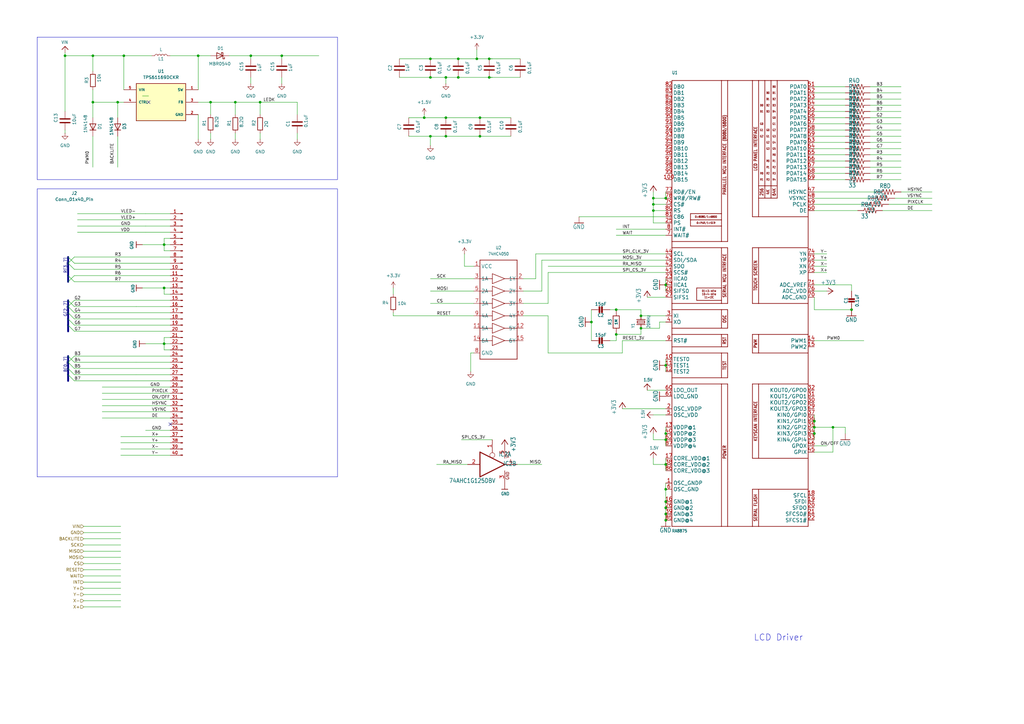
<source format=kicad_sch>
(kicad_sch (version 20250114) (generator "eeschema") (generator_version "9.0")
  (paper "A3")
  (rectangle (start 15.24 15.24) (end 138.43 73.66))
  (rectangle (start 15.24 77.47) (end 138.43 195.58))
  (text "LCD Driver" (at 319.278 261.62 0) (effects (font (size 2.54 2.54))))
  (junction (at 182.88 31.75))
  (junction (at 341.63 175.26))
  (junction (at 349.25 127))
  (junction (at 273.05 180.34))
  (junction (at 182.88 48.26))
  (junction (at 262.89 134.62))
  (junction (at 173.99 48.26))
  (junction (at 242.57 132.08))
  (junction (at 273.05 200.66))
  (junction (at 273.05 208.28))
  (junction (at 176.53 24.13))
  (junction (at 187.96 31.75))
  (junction (at 67.31 100.33))
  (junction (at 252.73 137.16))
  (junction (at 48.26 41.91))
  (junction (at 195.58 24.13))
  (junction (at 196.85 55.88))
  (junction (at 273.05 116.84))
  (junction (at 38.1 22.86))
  (junction (at 176.53 31.75))
  (junction (at 176.53 55.88))
  (junction (at 67.31 140.97))
  (junction (at 273.05 149.86))
  (junction (at 187.96 24.13))
  (junction (at 196.85 48.26))
  (junction (at 334.01 175.26))
  (junction (at 252.73 127))
  (junction (at 273.05 177.8))
  (junction (at 200.66 31.75))
  (junction (at 102.87 22.86))
  (junction (at 67.31 118.11))
  (junction (at 115.57 22.86))
  (junction (at 267.97 81.28))
  (junction (at 96.52 41.91))
  (junction (at 273.05 190.5))
  (junction (at 38.1 41.91))
  (junction (at 26.67 22.86))
  (junction (at 182.88 55.88))
  (junction (at 106.68 41.91))
  (junction (at 267.97 83.82))
  (junction (at 273.05 213.36))
  (junction (at 273.05 205.74))
  (junction (at 86.36 41.91))
  (junction (at 267.97 86.36))
  (junction (at 81.28 22.86))
  (junction (at 262.89 129.54))
  (junction (at 273.05 81.28))
  (junction (at 50.8 22.86))
  (junction (at 334.01 177.8))
  (junction (at 273.05 210.82))
  (junction (at 200.66 24.13))
  (junction (at 334.01 172.72))
  (no_connect (at 60.96 41.91))
  (no_connect (at 69.85 173.99))
  (bus_entry (at 27.94 113.03) (size 2.54 2.54))
  (bus_entry (at 30.48 156.21) (size -2.54 -2.54))
  (bus_entry (at 30.48 135.89) (size -2.54 -2.54))
  (bus_entry (at 27.94 107.95) (size 2.54 2.54))
  (bus_entry (at 30.48 148.59) (size -2.54 -2.54))
  (bus_entry (at 30.48 133.35) (size -2.54 -2.54))
  (bus_entry (at 30.48 130.81) (size -2.54 -2.54))
  (bus_entry (at 30.48 151.13) (size -2.54 -2.54))
  (bus_entry (at 27.94 105.41) (size 2.54 2.54))
  (bus_entry (at 30.48 123.19) (size -2.54 2.54))
  (bus_entry (at 27.94 107.95) (size 2.54 -2.54))
  (bus_entry (at 30.48 146.05) (size -2.54 2.54))
  (bus_entry (at 30.48 153.67) (size -2.54 -2.54))
  (bus_entry (at 30.48 128.27) (size -2.54 -2.54))
  (bus_entry (at 27.94 115.57) (size 2.54 -2.54))
  (bus_entry (at 30.48 125.73) (size -2.54 -2.54))
  (wire (pts (xy 194.31 144.78) (xy 193.04 144.78)))
  (bus (pts (xy 27.94 125.73) (xy 27.94 128.27)) (stroke (width 0.762)))
  (wire (pts (xy 30.48 156.21) (xy 69.85 156.21)) (stroke (width 0.1524)))
  (wire (pts (xy 49.53 223.52) (xy 34.29 223.52)))
  (wire (pts (xy 50.8 22.86) (xy 62.23 22.86)))
  (wire (pts (xy 339.09 119.38) (xy 334.01 119.38)) (stroke (width 0.1524)))
  (wire (pts (xy 30.48 113.03) (xy 69.85 113.03)))
  (wire (pts (xy 214.63 129.54) (xy 224.79 129.54)) (stroke (width 0.1524)))
  (wire (pts (xy 30.48 148.59) (xy 55.88 148.59)) (stroke (width 0.1524)))
  (wire (pts (xy 267.97 177.8) (xy 267.97 180.34)) (stroke (width 0.1524)))
  (wire (pts (xy 30.48 133.35) (xy 69.85 133.35)) (stroke (width 0.1524)))
  (wire (pts (xy 182.88 34.29) (xy 182.88 31.75)))
  (wire (pts (xy 267.97 180.34) (xy 273.05 180.34)) (stroke (width 0.1524)))
  (wire (pts (xy 267.97 91.44) (xy 267.97 86.36)) (stroke (width 0.1524)))
  (wire (pts (xy 346.71 50.8) (xy 334.01 50.8)) (stroke (width 0.1524)))
  (wire (pts (xy 196.85 55.88) (xy 209.55 55.88)) (stroke (width 0.1524)))
  (wire (pts (xy 163.83 24.13) (xy 176.53 24.13)) (stroke (width 0.1524)))
  (wire (pts (xy 273.05 175.26) (xy 273.05 177.8)) (stroke (width 0.1524)))
  (wire (pts (xy 58.42 100.33) (xy 67.31 100.33)))
  (wire (pts (xy 382.27 86.36) (xy 361.95 86.36)) (stroke (width 0.1524)))
  (wire (pts (xy 334.01 116.84) (xy 349.25 116.84)) (stroke (width 0.1524)))
  (wire (pts (xy 273.05 205.74) (xy 273.05 208.28)) (stroke (width 0.1524)))
  (wire (pts (xy 334.01 182.88) (xy 339.09 182.88)) (stroke (width 0.1524)))
  (wire (pts (xy 187.96 24.13) (xy 195.58 24.13)) (stroke (width 0.1524)))
  (wire (pts (xy 30.48 146.05) (xy 69.85 146.05)) (stroke (width 0.1524)))
  (wire (pts (xy 334.01 78.74) (xy 359.41 78.74)) (stroke (width 0.1524)))
  (bus (pts (xy 27.94 146.05) (xy 27.94 148.59)) (stroke (width 0.762)))
  (wire (pts (xy 31.75 90.17) (xy 69.85 90.17)))
  (wire (pts (xy 267.97 190.5) (xy 273.05 190.5)) (stroke (width 0.1524)))
  (wire (pts (xy 69.85 168.91) (xy 41.91 168.91)) (stroke (width 0.1524)))
  (wire (pts (xy 30.48 105.41) (xy 69.85 105.41)))
  (wire (pts (xy 187.96 31.75) (xy 200.66 31.75)) (stroke (width 0.1524)))
  (wire (pts (xy 273.05 177.8) (xy 273.05 180.34)) (stroke (width 0.1524)))
  (wire (pts (xy 115.57 22.86) (xy 130.81 22.86)))
  (wire (pts (xy 346.71 35.56) (xy 334.01 35.56)) (stroke (width 0.1524)))
  (wire (pts (xy 38.1 55.88) (xy 38.1 68.58)))
  (wire (pts (xy 346.71 73.66) (xy 334.01 73.66)) (stroke (width 0.1524)))
  (wire (pts (xy 341.63 175.26) (xy 346.71 175.26)) (stroke (width 0.1524)))
  (wire (pts (xy 59.69 95.25) (xy 69.85 95.25)))
  (wire (pts (xy 49.53 231.14) (xy 34.29 231.14)))
  (bus (pts (xy 27.94 105.41) (xy 27.94 107.95)) (stroke (width 0.762)))
  (wire (pts (xy 161.29 129.54) (xy 194.31 129.54)) (stroke (width 0.1524)))
  (wire (pts (xy 237.49 88.9) (xy 273.05 88.9)) (stroke (width 0.1524)))
  (wire (pts (xy 26.67 22.86) (xy 38.1 22.86)))
  (wire (pts (xy 69.85 97.79) (xy 67.31 97.79)))
  (wire (pts (xy 339.09 109.22) (xy 334.01 109.22)) (stroke (width 0.1524)))
  (wire (pts (xy 190.5 104.14) (xy 190.5 109.22)))
  (wire (pts (xy 369.57 73.66) (xy 356.87 73.66)) (stroke (width 0.1524)))
  (wire (pts (xy 369.57 71.12) (xy 356.87 71.12)) (stroke (width 0.1524)))
  (wire (pts (xy 273.05 93.98) (xy 252.73 93.98)) (stroke (width 0.1524)))
  (wire (pts (xy 49.53 246.38) (xy 34.29 246.38)))
  (wire (pts (xy 50.8 41.91) (xy 48.26 41.91)))
  (wire (pts (xy 30.48 115.57) (xy 69.85 115.57)))
  (wire (pts (xy 214.63 114.3) (xy 219.71 114.3)) (stroke (width 0.1524)))
  (wire (pts (xy 173.99 48.26) (xy 182.88 48.26)) (stroke (width 0.1524)))
  (wire (pts (xy 369.57 58.42) (xy 356.87 58.42)) (stroke (width 0.1524)))
  (wire (pts (xy 369.57 66.04) (xy 356.87 66.04)) (stroke (width 0.1524)))
  (wire (pts (xy 67.31 143.51) (xy 69.85 143.51)))
  (wire (pts (xy 167.64 55.88) (xy 176.53 55.88)) (stroke (width 0.1524)))
  (wire (pts (xy 26.67 21.59) (xy 26.67 22.86)))
  (wire (pts (xy 273.05 180.34) (xy 273.05 182.88)) (stroke (width 0.1524)))
  (wire (pts (xy 369.57 38.1) (xy 356.87 38.1)) (stroke (width 0.1524)))
  (wire (pts (xy 86.36 57.15) (xy 86.36 54.61)))
  (wire (pts (xy 334.01 81.28) (xy 356.87 81.28)) (stroke (width 0.1524)))
  (wire (pts (xy 86.36 41.91) (xy 96.52 41.91)))
  (wire (pts (xy 250.19 127) (xy 252.73 127)) (stroke (width 0.1524)))
  (wire (pts (xy 382.27 78.74) (xy 369.57 78.74)) (stroke (width 0.1524)))
  (wire (pts (xy 369.57 45.72) (xy 356.87 45.72)) (stroke (width 0.1524)))
  (wire (pts (xy 59.69 87.63) (xy 31.75 87.63)) (stroke (width 0.1524)))
  (wire (pts (xy 252.73 96.52) (xy 273.05 96.52)) (stroke (width 0.1524)))
  (wire (pts (xy 58.42 39.37) (xy 60.96 39.37)))
  (wire (pts (xy 182.88 55.88) (xy 196.85 55.88)))
  (wire (pts (xy 30.48 151.13) (xy 69.85 151.13)) (stroke (width 0.1524)))
  (wire (pts (xy 273.05 187.96) (xy 273.05 190.5)) (stroke (width 0.1524)))
  (wire (pts (xy 196.85 48.26) (xy 209.55 48.26)) (stroke (width 0.1524)))
  (wire (pts (xy 67.31 102.87) (xy 67.31 100.33)))
  (wire (pts (xy 69.85 171.45) (xy 41.91 171.45)) (stroke (width 0.1524)))
  (wire (pts (xy 334.01 175.26) (xy 341.63 175.26)) (stroke (width 0.1524)))
  (wire (pts (xy 182.88 31.75) (xy 187.96 31.75)) (stroke (width 0.1524)))
  (wire (pts (xy 67.31 120.65) (xy 69.85 120.65)))
  (wire (pts (xy 334.01 83.82) (xy 354.33 83.82)) (stroke (width 0.1524)))
  (wire (pts (xy 334.01 185.42) (xy 341.63 185.42)) (stroke (width 0.1524)))
  (wire (pts (xy 346.71 71.12) (xy 334.01 71.12)) (stroke (width 0.1524)))
  (wire (pts (xy 349.25 116.84) (xy 349.25 119.38)) (stroke (width 0.1524)))
  (bus (pts (xy 27.94 123.19) (xy 27.94 125.73)) (stroke (width 0.762)))
  (wire (pts (xy 49.53 243.84) (xy 34.29 243.84)))
  (wire (pts (xy 55.88 125.73) (xy 69.85 125.73)))
  (wire (pts (xy 69.85 166.37) (xy 41.91 166.37)) (stroke (width 0.1524)))
  (wire (pts (xy 224.79 144.78) (xy 255.27 144.78)) (stroke (width 0.1524)))
  (wire (pts (xy 369.57 48.26) (xy 356.87 48.26)) (stroke (width 0.1524)))
  (wire (pts (xy 179.07 190.5) (xy 191.77 190.5)) (stroke (width 0.1524)))
  (wire (pts (xy 49.53 241.3) (xy 34.29 241.3)))
  (wire (pts (xy 67.31 138.43) (xy 67.31 140.97)))
  (wire (pts (xy 96.52 41.91) (xy 106.68 41.91)))
  (wire (pts (xy 334.01 172.72) (xy 334.01 175.26)) (stroke (width 0.1524)))
  (wire (pts (xy 69.85 184.15) (xy 49.53 184.15)) (stroke (width 0.1524)))
  (wire (pts (xy 67.31 97.79) (xy 67.31 100.33)))
  (wire (pts (xy 167.64 48.26) (xy 173.99 48.26)) (stroke (width 0.1524)))
  (wire (pts (xy 262.89 129.54) (xy 273.05 129.54)) (stroke (width 0.1524)))
  (bus (pts (xy 27.94 130.81) (xy 27.94 133.35)) (stroke (width 0.762)))
  (wire (pts (xy 267.97 187.96) (xy 267.97 190.5)) (stroke (width 0.1524)))
  (wire (pts (xy 50.8 22.86) (xy 50.8 36.83)))
  (wire (pts (xy 69.85 179.07) (xy 49.53 179.07)) (stroke (width 0.1524)))
  (wire (pts (xy 69.85 138.43) (xy 67.31 138.43)))
  (wire (pts (xy 195.58 24.13) (xy 200.66 24.13)) (stroke (width 0.1524)))
  (wire (pts (xy 86.36 46.99) (xy 86.36 41.91)))
  (wire (pts (xy 369.57 50.8) (xy 356.87 50.8)) (stroke (width 0.1524)))
  (wire (pts (xy 346.71 43.18) (xy 334.01 43.18)) (stroke (width 0.1524)))
  (wire (pts (xy 176.53 59.69) (xy 176.53 55.88)))
  (wire (pts (xy 81.28 22.86) (xy 69.85 22.86)))
  (wire (pts (xy 242.57 132.08) (xy 242.57 139.7)) (stroke (width 0.1524)))
  (wire (pts (xy 30.48 128.27) (xy 69.85 128.27)) (stroke (width 0.1524)))
  (wire (pts (xy 267.97 170.18) (xy 273.05 170.18)) (stroke (width 0.1524)))
  (wire (pts (xy 26.67 22.86) (xy 26.67 45.72)))
  (wire (pts (xy 200.66 31.75) (xy 201.93 31.75)))
  (wire (pts (xy 334.01 139.7) (xy 354.33 139.7)) (stroke (width 0.1524)))
  (wire (pts (xy 273.05 198.12) (xy 273.05 200.66)) (stroke (width 0.1524)))
  (wire (pts (xy 346.71 40.64) (xy 334.01 40.64)) (stroke (width 0.1524)))
  (wire (pts (xy 194.31 109.22) (xy 190.5 109.22)))
  (wire (pts (xy 30.48 135.89) (xy 69.85 135.89)) (stroke (width 0.1524)))
  (wire (pts (xy 339.09 106.68) (xy 334.01 106.68)) (stroke (width 0.1524)))
  (wire (pts (xy 81.28 41.91) (xy 86.36 41.91)))
  (wire (pts (xy 369.57 55.88) (xy 356.87 55.88)) (stroke (width 0.1524)))
  (wire (pts (xy 26.67 53.34) (xy 26.67 54.61)))
  (wire (pts (xy 69.85 163.83) (xy 41.91 163.83)) (stroke (width 0.1524)))
  (wire (pts (xy 273.05 86.36) (xy 267.97 86.36)) (stroke (width 0.1524)))
  (wire (pts (xy 346.71 58.42) (xy 334.01 58.42)) (stroke (width 0.1524)))
  (wire (pts (xy 222.25 106.68) (xy 273.05 106.68)) (stroke (width 0.1524)))
  (wire (pts (xy 121.92 57.15) (xy 121.92 54.61)))
  (wire (pts (xy 48.26 48.26) (xy 48.26 41.91)))
  (wire (pts (xy 252.73 139.7) (xy 250.19 139.7)) (stroke (width 0.1524)))
  (wire (pts (xy 334.01 121.92) (xy 334.01 127)) (stroke (width 0.1524)))
  (wire (pts (xy 69.85 186.69) (xy 49.53 186.69)) (stroke (width 0.1524)))
  (wire (pts (xy 182.88 48.26) (xy 196.85 48.26)))
  (wire (pts (xy 346.71 48.26) (xy 334.01 48.26)) (stroke (width 0.1524)))
  (wire (pts (xy 59.69 92.71) (xy 31.75 92.71)) (stroke (width 0.1524)))
  (wire (pts (xy 81.28 22.86) (xy 86.36 22.86)))
  (wire (pts (xy 270.51 132.08) (xy 273.05 132.08)) (stroke (width 0.1524)))
  (wire (pts (xy 346.71 63.5) (xy 334.01 63.5)) (stroke (width 0.1524)))
  (wire (pts (xy 334.01 86.36) (xy 351.79 86.36)) (stroke (width 0.1524)))
  (bus (pts (xy 27.94 148.59) (xy 27.94 151.13)) (stroke (width 0.762)))
  (wire (pts (xy 267.97 83.82) (xy 267.97 81.28)) (stroke (width 0.1524)))
  (wire (pts (xy 38.1 22.86) (xy 50.8 22.86)))
  (wire (pts (xy 106.68 57.15) (xy 106.68 54.61)))
  (wire (pts (xy 176.53 124.46) (xy 194.31 124.46)) (stroke (width 0.1524)))
  (wire (pts (xy 69.85 102.87) (xy 67.31 102.87)))
  (wire (pts (xy 346.71 53.34) (xy 334.01 53.34)) (stroke (width 0.1524)))
  (wire (pts (xy 49.53 220.98) (xy 34.29 220.98)))
  (wire (pts (xy 346.71 45.72) (xy 334.01 45.72)) (stroke (width 0.1524)))
  (wire (pts (xy 81.28 22.86) (xy 81.28 36.83)))
  (wire (pts (xy 93.98 22.86) (xy 102.87 22.86)))
  (wire (pts (xy 58.42 118.11) (xy 67.31 118.11)))
  (wire (pts (xy 106.68 41.91) (xy 121.92 41.91)))
  (wire (pts (xy 219.71 114.3) (xy 219.71 104.14)) (stroke (width 0.1524)))
  (wire (pts (xy 67.31 140.97) (xy 67.31 143.51)))
  (wire (pts (xy 334.01 175.26) (xy 334.01 177.8)) (stroke (width 0.1524)))
  (wire (pts (xy 200.66 31.75) (xy 213.36 31.75)) (stroke (width 0.1524)))
  (wire (pts (xy 69.85 181.61) (xy 49.53 181.61)) (stroke (width 0.1524)))
  (wire (pts (xy 346.71 66.04) (xy 334.01 66.04)) (stroke (width 0.1524)))
  (wire (pts (xy 270.51 134.62) (xy 270.51 132.08)) (stroke (width 0.1524)))
  (wire (pts (xy 346.71 55.88) (xy 334.01 55.88)) (stroke (width 0.1524)))
  (wire (pts (xy 262.89 127) (xy 262.89 129.54)) (stroke (width 0.1524)))
  (wire (pts (xy 102.87 34.29) (xy 102.87 31.75)))
  (wire (pts (xy 369.57 63.5) (xy 356.87 63.5)) (stroke (width 0.1524)))
  (wire (pts (xy 193.04 144.78) (xy 193.04 152.4)))
  (wire (pts (xy 59.69 92.71) (xy 69.85 92.71)))
  (wire (pts (xy 219.71 104.14) (xy 273.05 104.14)) (stroke (width 0.1524)))
  (wire (pts (xy 242.57 127) (xy 242.57 132.08)) (stroke (width 0.1524)))
  (wire (pts (xy 69.85 158.75) (xy 41.91 158.75)) (stroke (width 0.1524)))
  (wire (pts (xy 30.48 123.19) (xy 69.85 123.19)) (stroke (width 0.1524)))
  (wire (pts (xy 30.48 153.67) (xy 55.88 153.67)) (stroke (width 0.1524)))
  (wire (pts (xy 102.87 22.86) (xy 102.87 24.13)))
  (wire (pts (xy 339.09 104.14) (xy 334.01 104.14)) (stroke (width 0.1524)))
  (wire (pts (xy 273.05 116.84) (xy 273.05 119.38)) (stroke (width 0.1524)))
  (wire (pts (xy 96.52 41.91) (xy 96.52 46.99)))
  (bus (pts (xy 27.94 153.67) (xy 27.94 156.21)) (stroke (width 0.762)))
  (wire (pts (xy 346.71 38.1) (xy 334.01 38.1)) (stroke (width 0.1524)))
  (bus (pts (xy 27.94 128.27) (xy 27.94 130.81)) (stroke (width 0.762)))
  (wire (pts (xy 96.52 57.15) (xy 96.52 54.61)))
  (wire (pts (xy 262.89 134.62) (xy 270.51 134.62)) (stroke (width 0.1524)))
  (wire (pts (xy 189.23 180.34) (xy 201.93 180.34)) (stroke (width 0.1524)))
  (wire (pts (xy 49.53 215.9) (xy 34.29 215.9)))
  (wire (pts (xy 49.53 238.76) (xy 34.29 238.76)))
  (wire (pts (xy 81.28 57.15) (xy 81.28 46.99)))
  (wire (pts (xy 38.1 41.91) (xy 48.26 41.91)))
  (wire (pts (xy 273.05 200.66) (xy 273.05 205.74)) (stroke (width 0.1524)))
  (wire (pts (xy 214.63 124.46) (xy 224.79 124.46)) (stroke (width 0.1524)))
  (wire (pts (xy 382.27 81.28) (xy 367.03 81.28)) (stroke (width 0.1524)))
  (wire (pts (xy 55.88 148.59) (xy 69.85 148.59)))
  (wire (pts (xy 369.57 68.58) (xy 356.87 68.58)) (stroke (width 0.1524)))
  (bus (pts (xy 27.94 133.35) (xy 27.94 135.89)) (stroke (width 0.762)))
  (wire (pts (xy 30.48 107.95) (xy 69.85 107.95)))
  (wire (pts (xy 273.05 149.86) (xy 273.05 152.4)) (stroke (width 0.1524)))
  (wire (pts (xy 49.53 236.22) (xy 34.29 236.22)))
  (wire (pts (xy 121.92 41.91) (xy 121.92 46.99)))
  (wire (pts (xy 334.01 177.8) (xy 334.01 180.34)) (stroke (width 0.1524)))
  (wire (pts (xy 224.79 124.46) (xy 224.79 111.76)) (stroke (width 0.1524)))
  (wire (pts (xy 30.48 110.49) (xy 69.85 110.49)))
  (wire (pts (xy 252.73 137.16) (xy 252.73 139.7)) (stroke (width 0.1524)))
  (wire (pts (xy 69.85 118.11) (xy 67.31 118.11)))
  (wire (pts (xy 273.05 147.32) (xy 273.05 149.86)) (stroke (width 0.1524)))
  (wire (pts (xy 267.97 86.36) (xy 267.97 83.82)) (stroke (width 0.1524)))
  (wire (pts (xy 346.71 68.58) (xy 334.01 68.58)) (stroke (width 0.1524)))
  (wire (pts (xy 255.27 167.64) (xy 273.05 167.64)) (stroke (width 0.1524)))
  (wire (pts (xy 176.53 31.75) (xy 182.88 31.75)) (stroke (width 0.1524)))
  (wire (pts (xy 59.69 140.97) (xy 67.31 140.97)))
  (wire (pts (xy 200.66 24.13) (xy 201.93 24.13)))
  (wire (pts (xy 346.71 175.26) (xy 346.71 177.8)) (stroke (width 0.1524)))
  (wire (pts (xy 224.79 109.22) (xy 273.05 109.22)) (stroke (width 0.1524)))
  (wire (pts (xy 67.31 140.97) (xy 69.85 140.97)))
  (wire (pts (xy 341.63 185.42) (xy 341.63 175.26)) (stroke (width 0.1524)))
  (wire (pts (xy 273.05 114.3) (xy 273.05 116.84)) (stroke (width 0.1524)))
  (wire (pts (xy 273.05 208.28) (xy 273.05 210.82)) (stroke (width 0.1524)))
  (wire (pts (xy 67.31 118.11) (xy 67.31 120.65)))
  (wire (pts (xy 49.53 228.6) (xy 34.29 228.6)))
  (wire (pts (xy 255.27 144.78) (xy 255.27 139.7)) (stroke (width 0.1524)))
  (wire (pts (xy 252.73 137.16) (xy 262.89 137.16)) (stroke (width 0.1524)))
  (wire (pts (xy 273.05 121.92) (xy 265.43 121.92)) (stroke (width 0.1524)))
  (wire (pts (xy 69.85 161.29) (xy 41.91 161.29)) (stroke (width 0.1524)))
  (wire (pts (xy 252.73 127) (xy 262.89 127)) (stroke (width 0.1524)))
  (bus (pts (xy 27.94 113.03) (xy 27.94 115.57)) (stroke (width 0.762)))
  (wire (pts (xy 49.53 248.92) (xy 34.29 248.92)))
  (wire (pts (xy 200.66 24.13) (xy 213.36 24.13)) (stroke (width 0.1524)))
  (wire (pts (xy 369.57 43.18) (xy 356.87 43.18)) (stroke (width 0.1524)))
  (wire (pts (xy 31.75 95.25) (xy 59.69 95.25)) (stroke (width 0.1524)))
  (wire (pts (xy 30.48 125.73) (xy 55.88 125.73)) (stroke (width 0.1524)))
  (wire (pts (xy 214.63 119.38) (xy 222.25 119.38)) (stroke (width 0.1524)))
  (wire (pts (xy 38.1 22.86) (xy 38.1 29.21)))
  (wire (pts (xy 334.01 127) (xy 349.25 127)) (stroke (width 0.1524)))
  (wire (pts (xy 176.53 55.88) (xy 182.88 55.88)) (stroke (width 0.1524)))
  (wire (pts (xy 339.09 111.76) (xy 334.01 111.76)) (stroke (width 0.1524)))
  (wire (pts (xy 49.53 233.68) (xy 34.29 233.68)))
  (wire (pts (xy 273.05 139.7) (xy 255.27 139.7)) (stroke (width 0.1524)))
  (wire (pts (xy 267.97 91.44) (xy 273.05 91.44)) (stroke (width 0.1524)))
  (wire (pts (xy 369.57 53.34) (xy 356.87 53.34)) (stroke (width 0.1524)))
  (wire (pts (xy 364.49 83.82) (xy 382.27 83.82)) (stroke (width 0.1524)))
  (wire (pts (xy 369.57 60.96) (xy 356.87 60.96)) (stroke (width 0.1524)))
  (wire (pts (xy 106.68 41.91) (xy 106.68 46.99)))
  (wire (pts (xy 346.71 60.96) (xy 334.01 60.96)) (stroke (width 0.1524)))
  (wire (pts (xy 59.69 87.63) (xy 69.85 87.63)))
  (wire (pts (xy 273.05 190.5) (xy 273.05 193.04)) (stroke (width 0.1524)))
  (wire (pts (xy 69.85 176.53) (xy 59.69 176.53)) (stroke (width 0.1524)))
  (wire (pts (xy 194.31 114.3) (xy 176.53 114.3)) (stroke (width 0.1524)))
  (wire (pts (xy 369.57 35.56) (xy 356.87 35.56)) (stroke (width 0.1524)))
  (wire (pts (xy 161.29 128.27) (xy 161.29 129.54)))
  (wire (pts (xy 49.53 218.44) (xy 34.29 218.44)))
  (wire (pts (xy 161.29 118.11) (xy 161.29 120.65)))
  (wire (pts (xy 224.79 129.54) (xy 224.79 144.78)) (stroke (width 0.1524)))
  (wire (pts (xy 334.01 170.18) (xy 334.01 172.72)) (stroke (width 0.1524)))
  (wire (pts (xy 273.05 81.28) (xy 267.97 81.28)) (stroke (width 0.1524)))
  (bus (pts (xy 27.94 107.95) (xy 27.94 113.03)) (stroke (width 0.762)))
  (wire (pts (xy 30.48 130.81) (xy 69.85 130.81)) (stroke (width 0.1524)))
  (wire (pts (xy 115.57 22.86) (xy 115.57 24.13)))
  (wire (pts (xy 55.88 153.67) (xy 69.85 153.67)))
  (bus (pts (xy 27.94 151.13) (xy 27.94 153.67)) (stroke (width 0.762)))
  (wire (pts (xy 102.87 22.86) (xy 115.57 22.86)))
  (wire (pts (xy 115.57 34.29) (xy 115.57 31.75)))
  (wire (pts (xy 369.57 40.64) (xy 356.87 40.64)) (stroke (width 0.1524)))
  (wire (pts (xy 38.1 41.91) (xy 38.1 48.26)))
  (wire (pts (xy 262.89 137.16) (xy 262.89 134.62)) (stroke (width 0.1524)))
  (wire (pts (xy 224.79 111.76) (xy 273.05 111.76)) (stroke (width 0.1524)))
  (wire (pts (xy 173.99 46.99) (xy 173.99 48.26)))
  (wire (pts (xy 67.31 100.33) (xy 69.85 100.33)))
  (wire (pts (xy 273.05 78.74) (xy 273.05 81.28)) (stroke (width 0.1524)))
  (wire (pts (xy 267.97 81.28) (xy 267.97 78.74)) (stroke (width 0.1524)))
  (wire (pts (xy 48.26 55.88) (xy 48.26 68.58)))
  (wire (pts (xy 265.43 160.02) (xy 273.05 160.02)) (stroke (width 0.1524)))
  (wire (pts (xy 273.05 210.82) (xy 273.05 213.36)) (stroke (width 0.1524)))
  (wire (pts (xy 176.53 119.38) (xy 194.31 119.38)) (stroke (width 0.1524)))
  (wire (pts (xy 49.53 226.06) (xy 34.29 226.06)))
  (wire (pts (xy 273.05 83.82) (xy 267.97 83.82)) (stroke (width 0.1524)))
  (wire (pts (xy 212.09 190.5) (xy 222.25 190.5)) (stroke (width 0.1524)))
  (wire (pts (xy 176.53 24.13) (xy 187.96 24.13)) (stroke (width 0.1524)))
  (wire (pts (xy 38.1 36.83) (xy 38.1 41.91)))
  (wire (pts (xy 195.58 20.32) (xy 195.58 24.13)) (stroke (width 0.1524)))
  (wire (pts (xy 222.25 119.38) (xy 222.25 106.68)) (stroke (width 0.1524)))
  (wire (pts (xy 163.83 31.75) (xy 176.53 31.75)) (stroke (width 0.1524)))
  (label "VSYNC" (at 372.11 81.28 0) (effects (font (size 1.2446 1.2446))))
  (label "B6" (at 30.48 153.67 0) (effects (font (size 1.2446 1.2446))))
  (label "GND" (at 49.53 92.71 0) (effects (font (size 1.2446 1.2446))))
  (label "ON/OFF" (at 62.23 163.83 0) (effects (font (size 1.2446 1.2446))))
  (label "RESET" (at 179.07 129.54 0) (effects (font (size 1.2446 1.2446))))
  (label "Y+" (at 62.23 181.61 0) (effects (font (size 1.2446 1.2446))))
  (label "GND" (at 61.595 158.75 0) (effects (font (size 1.2446 1.2446))))
  (label "INT" (at 255.27 93.98 0) (effects (font (size 1.2446 1.2446))))
  (label "WAIT" (at 255.27 96.52 0) (effects (font (size 1.2446 1.2446))))
  (label "G6" (at 30.48 133.35 0) (effects (font (size 1.2446 1.2446))))
  (label "G4" (at 30.48 128.27 0) (effects (font (size 1.2446 1.2446))))
  (label "SPI_CLK_3V" (at 255.27 104.14 0) (effects (font (size 1.2446 1.2446))))
  (label "RESET_3V" (at 255.27 139.7 0) (effects (font (size 1.2446 1.2446))))
  (label "B6" (at 359.41 43.18 0) (effects (font (size 1.2446 1.2446))))
  (label "HSYNC" (at 62.23 166.37 0) (effects (font (size 1.2446 1.2446))))
  (label "MOSI_3V" (at 255.27 106.68 0) (effects (font (size 1.2446 1.2446))))
  (label "R3" (at 359.41 63.5 0) (effects (font (size 1.2446 1.2446))))
  (label "R4" (at 46.99 107.95 0))
  (label "G4" (at 359.41 53.34 0) (effects (font (size 1.2446 1.2446))))
  (label "VLED-" (at 49.53 87.63 0) (effects (font (size 1.2446 1.2446))))
  (label "X-" (at 336.55 109.22 0) (effects (font (size 1.2446 1.2446))))
  (label "G7" (at 30.48 135.89 0) (effects (font (size 1.2446 1.2446))))
  (label "RA_MISO" (at 255.27 109.22 0) (effects (font (size 1.2446 1.2446))))
  (label "CS" (at 179.07 124.46 0) (effects (font (size 1.2446 1.2446))))
  (label "B3" (at 30.48 146.05 0) (effects (font (size 1.2446 1.2446))))
  (label "R7" (at 46.99 115.57 0))
  (label "X+" (at 336.55 111.76 0) (effects (font (size 1.2446 1.2446))))
  (label "MISO" (at 217.17 190.5 0) (effects (font (size 1.2446 1.2446))))
  (label "G2" (at 359.41 48.26 0) (effects (font (size 1.2446 1.2446))))
  (label "BACKLITE" (at 46.99 67.31 90) (effects (font (size 1.2446 1.2446))))
  (label "G3" (at 30.48 125.73 0) (effects (font (size 1.2446 1.2446))))
  (label "B7" (at 359.41 45.72 0) (effects (font (size 1.2446 1.2446))))
  (label "VDD" (at 49.53 95.25 0) (effects (font (size 1.2446 1.2446))))
  (label "R5" (at 359.41 68.58 0) (effects (font (size 1.2446 1.2446))))
  (label "X+" (at 62.23 179.07 0) (effects (font (size 1.2446 1.2446))))
  (label "G5" (at 359.41 55.88 0) (effects (font (size 1.2446 1.2446))))
  (label "VLED+" (at 49.53 90.17 0) (effects (font (size 1.2446 1.2446))))
  (label "G7" (at 359.41 60.96 0) (effects (font (size 1.2446 1.2446))))
  (label "G2" (at 30.48 123.19 0) (effects (font (size 1.2446 1.2446))))
  (label "GND" (at 62.23 176.53 0) (effects (font (size 1.2446 1.2446))))
  (label "B5" (at 30.48 151.13 0) (effects (font (size 1.2446 1.2446))))
  (label "R6" (at 359.41 71.12 0) (effects (font (size 1.2446 1.2446))))
  (label "SCK" (at 179.07 114.3 0) (effects (font (size 1.2446 1.2446))))
  (label "DE" (at 372.11 86.36 0) (effects (font (size 1.2446 1.2446))))
  (label "Y-" (at 336.55 104.14 0) (effects (font (size 1.2446 1.2446))))
  (label "G[2..7]" (at 27.94 123.19 270) (effects (font (size 1.2446 1.2446))))
  (label "G5" (at 30.48 130.81 0) (effects (font (size 1.2446 1.2446))))
  (label "DE" (at 62.23 171.45 0) (effects (font (size 1.2446 1.2446))))
  (label "PIXCLK" (at 372.11 83.82 0) (effects (font (size 1.2446 1.2446))))
  (label "PIXCLK" (at 62.23 161.29 0) (effects (font (size 1.2446 1.2446))))
  (label "SPI_CS_3V" (at 189.23 180.34 0) (effects (font (size 1.2446 1.2446))))
  (label "B[0..7]" (at 27.94 146.05 270) (effects (font (size 1.2446 1.2446))))
  (label "B7" (at 30.48 156.21 0) (effects (font (size 1.2446 1.2446))))
  (label "Y+" (at 336.55 106.68 0) (effects (font (size 1.2446 1.2446))))
  (label "PWM0" (at 36.83 67.31 90) (effects (font (size 1.2446 1.2446))))
  (label "HSYNC" (at 372.11 78.74 0) (effects (font (size 1.2446 1.2446))))
  (label "LEDK" (at 107.95 41.91 0) (effects (font (size 1.2446 1.2446))))
  (label "B3" (at 359.41 35.56 0) (effects (font (size 1.2446 1.2446))))
  (label "Y-" (at 62.23 186.69 0) (effects (font (size 1.2446 1.2446))))
  (label "R5" (at 46.99 110.49 0))
  (label "R4" (at 359.41 66.04 0) (effects (font (size 1.2446 1.2446))))
  (label "R3" (at 46.99 105.41 0))
  (label "B5" (at 359.41 40.64 0) (effects (font (size 1.2446 1.2446))))
  (label "G6" (at 359.41 58.42 0) (effects (font (size 1.2446 1.2446))))
  (label "RA_MISO" (at 181.61 190.5 0) (effects (font (size 1.2446 1.2446))))
  (label "B4" (at 30.48 148.59 0) (effects (font (size 1.2446 1.2446))))
  (label "ON/OFF" (at 336.55 182.88 0) (effects (font (size 1.2446 1.2446))))
  (label "MOSI" (at 179.07 119.38 0) (effects (font (size 1.2446 1.2446))))
  (label "X-" (at 62.23 184.15 0) (effects (font (size 1.2446 1.2446))))
  (label "VSYNC" (at 62.23 168.91 0) (effects (font (size 1.2446 1.2446))))
  (label "R7" (at 359.41 73.66 0) (effects (font (size 1.2446 1.2446))))
  (label "R6" (at 46.99 113.03 0))
  (label "PWM0" (at 339.09 139.7 0) (effects (font (size 1.2446 1.2446))))
  (label "B4" (at 359.41 38.1 0) (effects (font (size 1.2446 1.2446))))
  (label "G3" (at 359.41 50.8 0) (effects (font (size 1.2446 1.2446))))
  (label "SPI_CS_3V" (at 255.27 111.76 0) (effects (font (size 1.2446 1.2446))))
  (label "R[3..7]" (at 27.94 105.41 270) (effects (font (size 1.2446 1.2446))))
  (hierarchical_label "INT" (shape input) (at 34.29 238.76 180) (effects (font (size 1.2446 1.2446))))
  (hierarchical_label "Y+" (shape input) (at 34.29 241.3 180) (effects (font (size 1.2446 1.2446))))
  (hierarchical_label "Y-" (shape input) (at 34.29 243.84 180) (effects (font (size 1.2446 1.2446))))
  (hierarchical_label "SCK" (shape input) (at 34.29 223.52 180) (effects (font (size 1.2446 1.2446))))
  (hierarchical_label "BACKLITE" (shape input) (at 34.29 220.98 180) (effects (font (size 1.2446 1.2446))))
  (hierarchical_label "VIN" (shape input) (at 34.29 215.9 180) (effects (font (size 1.2446 1.2446))))
  (hierarchical_label "X-" (shape input) (at 34.29 246.38 180) (effects (font (size 1.2446 1.2446))))
  (hierarchical_label "X+" (shape input) (at 34.29 248.92 180) (effects (font (size 1.2446 1.2446))))
  (hierarchical_label "MOSI" (shape input) (at 34.29 228.6 180) (effects (font (size 1.2446 1.2446))))
  (hierarchical_label "RESET" (shape input) (at 34.29 233.68 180) (effects (font (size 1.2446 1.2446))))
  (hierarchical_label "WAIT" (shape input) (at 34.29 236.22 180) (effects (font (size 1.2446 1.2446))))
  (hierarchical_label "CS" (shape input) (at 34.29 231.14 180) (effects (font (size 1.2446 1.2446))))
  (hierarchical_label "GND" (shape input) (at 34.29 218.44 180) (effects (font (size 1.2446 1.2446))))
  (hierarchical_label "MISO" (shape input) (at 34.29 226.06 180) (effects (font (size 1.2446 1.2446))))
  (symbol (lib_id "Adafruit RA8875 TFT Breakout-eagle-import:supply1_371_GND") (at 270.51 116.84 270) (unit 1)
    (property "Reference" "#GND11" (effects (hide yes)))
    (property "Value" "GND" (at 267.97 114.3 0) (effects (font (size 1.778 1.5113)) (justify left bottom)))
  )
  (symbol (lib_id "Adafruit RA8875 TFT Breakout-eagle-import:RESISTOR_4PACK_US") (at 351.79 55.88 0) (unit 4)
    (property "Reference" "R6" (at 347.98 54.3814 0) (effects (font (size 1.778 1.5113)) (justify left bottom)))
    (property "Value" "33" (at 347.98 59.182 0) (effects (font (size 1.778 1.5113)) (justify left bottom)))
    (property "Footprint" "Adafruit RA8875 TFT Breakout:RESPACK_4X0603" (effects (hide yes)))
  )
  (symbol (lib_id "Adafruit RA8875 TFT Breakout-eagle-import:+3V3") (at 207.01 180.34 0) (mirror y) (unit 1)
    (property "Reference" "#+3V5" (effects (hide yes)))
    (property "Value" "+3V3" (at 209.55 185.42 90) (effects (font (size 1.778 1.5113)) (justify left bottom)))
  )
  (symbol (lib_id "Device:C") (at 26.67 49.53 0) (unit 1)
    (property "Reference" "C13" (at 22.86 50.292 90) (effects (justify left)))
    (property "Value" "10uF" (at 30.48 51.308 90) (effects (justify left)))
    (property "Description" "Unpolarized capacitor" (effects (hide yes)))
  )
  (symbol (lib_id "Adafruit RA8875 TFT Breakout-eagle-import:RESISTOR_4PACK_US") (at 351.79 73.66 0) (unit 1)
    (property "Reference" "R7" (at 347.98 72.1614 0) (effects (font (size 1.778 1.5113)) (justify left bottom)))
    (property "Value" "33" (at 347.98 76.962 0) (effects (font (size 1.778 1.5113)) (justify left bottom)))
    (property "Footprint" "Adafruit RA8875 TFT Breakout:RESPACK_4X0603" (effects (hide yes)))
  )
  (symbol (lib_id "Adafruit RA8875 TFT Breakout-eagle-import:+3V3") (at 267.97 76.2 0) (unit 1)
    (property "Reference" "#+3V6" (effects (hide yes)))
    (property "Value" "+3V3" (at 265.43 81.28 90) (effects (font (size 1.778 1.5113)) (justify left bottom)))
  )
  (symbol (lib_id "Adafruit RA8875 TFT Breakout-eagle-import:74HC4050D") (at 204.47 127 0) (unit 1)
    (property "Reference" "U2" (at 204.47 101.6 0) (effects (font (size 1.27 1.0795))))
    (property "Value" "74HC4050" (at 204.47 104.14 0) (effects (font (size 1.27 1.0795))))
    (property "Footprint" "Adafruit RA8875 TFT Breakout:SOIC16" (effects (hide yes)))
    (property "Description" "6-channel level shifter\n\n74HC4050D - 2V-6V Supply\n\nSOIC16\n\n• Digikey: 74HC4050D,653-ND\n• Mouser: 771-74HC4050D-T\n\nTSSOP16\n\n• Digikey: 296-9215-1-ND\n• Mouser:" (effects (hide yes)))
  )
  (symbol (lib_id "Device:C") (at 182.88 52.07 0) (unit 1)
    (property "Reference" "C8" (at 179.07 53.34 90) (effects (justify left)))
    (property "Value" "0.1uF" (at 186.69 54.61 90) (effects (justify left)))
    (property "Description" "Unpolarized capacitor" (effects (hide yes)))
  )
  (symbol (lib_id "Adafruit RA8875 TFT Breakout-eagle-import:CAP_CERAMIC0603_NO") (at 247.65 139.7 90) (unit 1)
    (property "Reference" "C3" (at 246.4 141.99 90))
    (property "Value" "15pF" (at 246.4 137.4 90))
    (property "Footprint" "Adafruit RA8875 TFT Breakout:0603-NO" (effects (hide yes)))
  )
  (symbol (lib_id "Connector:Conn_01x40_Pin") (at 74.93 135.89 0) (mirror y) (unit 1)
    (property "Reference" "J2" (at 30.48 79.248 0))
    (property "Value" "Conn_01x40_Pin" (at 30.48 81.788 0))
    (property "Description" "Generic connector, single row, 01x40, script generated" (effects (hide yes)))
  )
  (symbol (lib_id "Adafruit RA8875 TFT Breakout-eagle-import:RESISTOR_4PACK_US") (at 351.79 53.34 0) (unit 1)
    (property "Reference" "R5" (at 347.98 51.8414 0) (effects (font (size 1.778 1.5113)) (justify left bottom)))
    (property "Value" "33" (at 347.98 56.642 0) (effects (font (size 1.778 1.5113)) (justify left bottom)))
    (property "Footprint" "Adafruit RA8875 TFT Breakout:RESPACK_4X0603" (effects (hide yes)))
  )
  (symbol (lib_id "TPS61169DCKR:TPS61169DCKR") (at 66.04 41.91 0) (unit 1)
    (property "Reference" "U1" (at 66.04 29.21 0))
    (property "Value" "TPS61169DCKR" (at 66.04 31.75 0))
    (property "Footprint" "TPS61169DCKR:SOT65P210X110-5N" (effects (hide yes)))
    (property "MF" "Texas Instruments" (effects (hide yes)))
    (property "MAXIMUM_PACKAGE_HEIGHT" "1.1mm" (effects (hide yes)))
    (property "Package" "SC70-5 Texas Instruments" (effects (hide yes)))
    (property "Price" "None" (effects (hide yes)))
    (property "Check_prices" "https://www.snapeda.com/parts/TPS61169DCKR/Texas+Instruments/view-part/?ref=eda" (effects (hide yes)))
    (property "STANDARD" "IPC-7351B" (effects (hide yes)))
    (property "PARTREV" "A" (effects (hide yes)))
    (property "SnapEDA_Link" "https://www.snapeda.com/parts/TPS61169DCKR/Texas+Instruments/view-part/?ref=snap" (effects (hide yes)))
    (property "MP" "TPS61169DCKR" (effects (hide yes)))
    (property "Description_1" "TPS61169 38-V high-current Boost WLED driver" (effects (hide yes)))
    (property "Availability" "In Stock" (effects (hide yes)))
    (property "MANUFACTURER" "Texas Instruments" (effects (hide yes)))
  )
  (symbol (lib_id "Device:C") (at 196.85 52.07 0) (unit 1)
    (property "Reference" "C9" (at 193.04 53.34 90) (effects (justify left)))
    (property "Value" "0.1uF" (at 200.66 54.61 90) (effects (justify left)))
    (property "Description" "Unpolarized capacitor" (effects (hide yes)))
  )
  (symbol (lib_id "Adafruit RA8875 TFT Breakout-eagle-import:1.5V") (at 267.97 185.42 0) (unit 1)
    (property "Reference" "#U$1" (effects (hide yes)))
    (property "Value" "1.5V" (at 266.446 184.404 0) (effects (font (size 1.27 1.0795)) (justify left bottom)))
  )
  (symbol (lib_id "Device:R") (at 96.52 50.8 0) (unit 1)
    (property "Reference" "R1" (at 93.98 51.816 90) (effects (justify left)))
    (property "Value" "8.2Ω" (at 99.06 52.324 90) (effects (justify left)))
    (property "Description" "Resistor" (effects (hide yes)))
  )
  (symbol (lib_id "Device:R") (at 86.36 50.8 0) (unit 1)
    (property "Reference" "R1" (at 83.82 51.816 90) (effects (justify left)))
    (property "Value" "8.2Ω" (at 88.9 52.324 90) (effects (justify left)))
    (property "Description" "Resistor" (effects (hide yes)))
  )
  (symbol (lib_id "Device:C") (at 213.36 27.94 0) (unit 1)
    (property "Reference" "C6" (at 209.55 29.21 90) (effects (justify left)))
    (property "Value" "0.1uF" (at 217.17 30.48 90) (effects (justify left)))
    (property "Description" "Unpolarized capacitor" (effects (hide yes)))
  )
  (symbol (lib_id "Adafruit RA8875 TFT Breakout-eagle-import:+3V3") (at 267.97 175.26 0) (unit 1)
    (property "Reference" "#+3V2" (effects (hide yes)))
    (property "Value" "+3V3" (at 265.43 180.34 90) (effects (font (size 1.778 1.5113)) (justify left bottom)))
  )
  (symbol (lib_id "Adafruit RA8875 TFT Breakout-eagle-import:RA8875") (at 303.53 121.92 0) (unit 1)
    (property "Reference" "U1" (at 275.59 30.48 0) (effects (font (size 1.27 1.0795)) (justify left bottom)))
    (property "Value" "RA8875" (at 275.59 218.44 0) (effects (font (size 1.27 1.0795)) (justify left bottom)))
    (property "Footprint" "Adafruit RA8875 TFT Breakout:LQFP100" (effects (hide yes)))
  )
  (symbol (lib_id "Adafruit RA8875 TFT Breakout-eagle-import:CAP_CERAMIC0603_NO") (at 349.25 124.46 0) (unit 1)
    (property "Reference" "C1" (at 346.96 123.21 90))
    (property "Value" "0.1uF" (at 351.55 123.21 90))
    (property "Footprint" "Adafruit RA8875 TFT Breakout:0603-NO" (effects (hide yes)))
  )
  (symbol (lib_id "Adafruit RA8875 TFT Breakout-eagle-import:GND") (at 55.88 100.33 270) (unit 1)
    (property "Reference" "#U$15" (effects (hide yes)))
    (property "Value" "GND" (at 53.34 98.806 0) (effects (font (size 1.27 1.0795)) (justify left bottom)))
  )
  (symbol (lib_id "Adafruit RA8875 TFT Breakout-eagle-import:GND") (at 57.15 140.97 270) (unit 1)
    (property "Reference" "#U$9" (effects (hide yes)))
    (property "Value" "GND" (at 54.61 139.446 0) (effects (font (size 1.27 1.0795)) (justify left bottom)))
  )
  (symbol (lib_id "Diode:MBR0540") (at 90.17 22.86 180) (unit 1)
    (property "Reference" "D1" (at 90.424 19.812 0))
    (property "Value" "MBR0540" (at 90.17 26.162 0))
    (property "Footprint" "Diode_SMD:D_SOD-123" (effects (hide yes)))
    (property "Datasheet" "http://www.mccsemi.com/up_pdf/MBR0520~MBR0580(SOD123).pdf" (effects (hide yes)))
    (property "Description" "40V 0.5A Schottky Power Rectifier Diode, SOD-123" (effects (hide yes)))
  )
  (symbol (lib_id "Adafruit RA8875 TFT Breakout-eagle-import:RESISTOR_4PACK_US") (at 351.79 63.5 0) (unit 1)
    (property "Reference" "R6" (at 347.98 62.0014 0) (effects (font (size 1.778 1.5113)) (justify left bottom)))
    (property "Value" "33" (at 347.98 66.802 0) (effects (font (size 1.778 1.5113)) (justify left bottom)))
    (property "Footprint" "Adafruit RA8875 TFT Breakout:RESPACK_4X0603" (effects (hide yes)))
  )
  (symbol (lib_id "Adafruit RA8875 TFT Breakout-eagle-import:RESISTOR_4PACK_US") (at 351.79 38.1 0) (unit 3)
    (property "Reference" "R4" (at 347.98 36.6014 0) (effects (font (size 1.778 1.5113)) (justify left bottom)))
    (property "Value" "33" (at 347.98 41.402 0) (effects (font (size 1.778 1.5113)) (justify left bottom)))
    (property "Footprint" "Adafruit RA8875 TFT Breakout:RESPACK_4X0603" (effects (hide yes)))
  )
  (symbol (lib_id "Device:R") (at 38.1 33.02 0) (unit 1)
    (property "Reference" "R3" (at 35.56 34.29 90) (effects (justify left)))
    (property "Value" "10k" (at 40.64 33.782 90) (effects (justify left)))
    (property "Description" "Resistor" (effects (hide yes)))
  )
  (symbol (lib_id "Device:C") (at 209.55 52.07 0) (unit 1)
    (property "Reference" "C10" (at 205.74 53.34 90) (effects (justify left)))
    (property "Value" "0.1uF" (at 213.36 54.61 90) (effects (justify left)))
    (property "Description" "Unpolarized capacitor" (effects (hide yes)))
  )
  (symbol (lib_id "power:GND") (at 182.88 34.29 0) (unit 1)
    (property "Reference" "#PWR05" (effects (hide yes)))
    (property "Value" "GND" (at 182.88 39.37 0))
    (property "Description" "Power symbol creates a global label with name \"GND\" , ground" (effects (hide yes)))
  )
  (symbol (lib_id "Adafruit RA8875 TFT Breakout-eagle-import:RESISTOR_4PACK_US") (at 351.79 66.04 0) (unit 4)
    (property "Reference" "R7" (at 347.98 64.5414 0) (effects (font (size 1.778 1.5113)) (justify left bottom)))
    (property "Value" "33" (at 347.98 69.342 0) (effects (font (size 1.778 1.5113)) (justify left bottom)))
    (property "Footprint" "Adafruit RA8875 TFT Breakout:RESPACK_4X0603" (effects (hide yes)))
  )
  (symbol (lib_id "power:GND") (at 106.68 57.15 0) (unit 1)
    (property "Reference" "#PWR01" (effects (hide yes)))
    (property "Value" "GND" (at 106.68 62.23 0))
    (property "Description" "Power symbol creates a global label with name \"GND\" , ground" (effects (hide yes)))
  )
  (symbol (lib_id "Adafruit RA8875 TFT Breakout-eagle-import:RESISTOR_4PACK_US") (at 351.79 58.42 0) (unit 3)
    (property "Reference" "R6" (at 347.98 56.9214 0) (effects (font (size 1.778 1.5113)) (justify left bottom)))
    (property "Value" "33" (at 347.98 61.722 0) (effects (font (size 1.778 1.5113)) (justify left bottom)))
    (property "Footprint" "Adafruit RA8875 TFT Breakout:RESPACK_4X0603" (effects (hide yes)))
  )
  (symbol (lib_id "Device:C") (at 115.57 27.94 0) (unit 1)
    (property "Reference" "C15" (at 111.76 29.21 90) (effects (justify left)))
    (property "Value" "1uF" (at 119.126 29.464 90) (effects (justify left)))
    (property "Description" "Unpolarized capacitor" (effects (hide yes)))
  )
  (symbol (lib_id "Device:C") (at 102.87 27.94 0) (unit 1)
    (property "Reference" "C15" (at 99.06 29.21 90) (effects (justify left)))
    (property "Value" "1uF" (at 106.426 29.464 90) (effects (justify left)))
    (property "Description" "Unpolarized capacitor" (effects (hide yes)))
  )
  (symbol (lib_id "power:GND") (at 121.92 57.15 0) (unit 1)
    (property "Reference" "#PWR02" (effects (hide yes)))
    (property "Value" "GND" (at 121.92 62.23 0))
    (property "Description" "Power symbol creates a global label with name \"GND\" , ground" (effects (hide yes)))
  )
  (symbol (lib_id "Adafruit RA8875 TFT Breakout-eagle-import:RESISTOR_4PACK_US") (at 351.79 60.96 0) (unit 2)
    (property "Reference" "R6" (at 347.98 59.4614 0) (effects (font (size 1.778 1.5113)) (justify left bottom)))
    (property "Value" "33" (at 347.98 64.262 0) (effects (font (size 1.778 1.5113)) (justify left bottom)))
    (property "Footprint" "Adafruit RA8875 TFT Breakout:RESPACK_4X0603" (effects (hide yes)))
  )
  (symbol (lib_id "Device:R") (at 106.68 50.8 0) (unit 1)
    (property "Reference" "R2" (at 104.14 51.816 90) (effects (justify left)))
    (property "Value" "2Ω" (at 109.22 52.324 90) (effects (justify left)))
    (property "Description" "Resistor" (effects (hide yes)))
  )
  (symbol (lib_id "power:GND") (at 176.53 59.69 0) (unit 1)
    (property "Reference" "#PWR06" (effects (hide yes)))
    (property "Value" "GND" (at 176.53 64.77 0))
    (property "Description" "Power symbol creates a global label with name \"GND\" , ground" (effects (hide yes)))
  )
  (symbol (lib_id "power:GND") (at 81.28 57.15 0) (unit 1)
    (property "Reference" "#PWR02" (effects (hide yes)))
    (property "Value" "GND" (at 81.28 62.23 0))
    (property "Description" "Power symbol creates a global label with name \"GND\" , ground" (effects (hide yes)))
  )
  (symbol (lib_id "Device:L") (at 66.04 22.86 90) (unit 1)
    (property "Reference" "L1" (at 66.04 24.13 90))
    (property "Value" "L" (at 66.04 20.32 90))
    (property "Description" "Inductor" (effects (hide yes)))
  )
  (symbol (lib_id "Adafruit RA8875 TFT Breakout-eagle-import:RESISTOR_4PACK_US") (at 356.87 86.36 0) (unit 1)
    (property "Reference" "R8" (at 353.06 84.8614 0) (effects (font (size 1.778 1.5113)) (justify left bottom)))
    (property "Value" "33" (at 353.06 89.662 0) (effects (font (size 1.778 1.5113)) (justify left bottom)))
    (property "Footprint" "Adafruit RA8875 TFT Breakout:RESPACK_4X0603" (effects (hide yes)))
  )
  (symbol (lib_id "Adafruit RA8875 TFT Breakout-eagle-import:CRYSTAL3.2X2.5") (at 262.89 132.08 90) (unit 1)
    (property "Reference" "Y1" (at 260.35 134.62 0) (effects (font (size 1.27 1.0795)) (justify left bottom)))
    (property "Value" "20MHz" (at 266.7 134.62 0) (effects (font (size 1.27 1.0795)) (justify left bottom)))
    (property "Footprint" "Adafruit RA8875 TFT Breakout:CRYSTAL_3.2X2.5" (effects (hide yes)))
  )
  (symbol (lib_id "Adafruit RA8875 TFT Breakout-eagle-import:RESISTOR_4PACK_US") (at 359.41 83.82 0) (unit 2)
    (property "Reference" "R8" (at 355.6 82.3214 0) (effects (font (size 1.778 1.5113)) (justify left bottom)))
    (property "Value" "33" (at 355.6 87.122 0) (effects (font (size 1.778 1.5113)) (justify left bottom)))
    (property "Footprint" "Adafruit RA8875 TFT Breakout:RESPACK_4X0603" (effects (hide yes)))
  )
  (symbol (lib_id "Device:C") (at 121.92 50.8 0) (unit 1)
    (property "Reference" "C1" (at 118.11 52.07 90) (effects (justify left)))
    (property "Value" "0.1uF" (at 125.476 52.324 90) (effects (justify left)))
    (property "Description" "Unpolarized capacitor" (effects (hide yes)))
  )
  (symbol (lib_id "Adafruit RA8875 TFT Breakout-eagle-import:supply1_371_GND") (at 346.71 180.34 0) (unit 1)
    (property "Reference" "#GND4" (effects (hide yes)))
    (property "Value" "GND" (at 344.17 182.88 0) (effects (font (size 1.778 1.5113)) (justify left bottom)))
  )
  (symbol (lib_id "power:+3.3V") (at 161.29 118.11 0) (unit 1)
    (property "Reference" "#PWR010" (effects (hide yes)))
    (property "Value" "+3.3V" (at 161.29 113.03 0))
    (property "Description" "Power symbol creates a global label with name \"+3.3V\"" (effects (hide yes)))
  )
  (symbol (lib_id "power:GND") (at 26.67 54.61 0) (unit 1)
    (property "Reference" "#PWR01" (effects (hide yes)))
    (property "Value" "GND" (at 26.67 59.69 0))
    (property "Description" "Power symbol creates a global label with name \"GND\" , ground" (effects (hide yes)))
  )
  (symbol (lib_id "Adafruit RA8875 TFT Breakout-eagle-import:CAP_CERAMIC0603_NO") (at 247.65 127 90) (unit 1)
    (property "Reference" "C2" (at 246.4 129.29 90))
    (property "Value" "15pF" (at 246.4 124.7 90))
    (property "Footprint" "Adafruit RA8875 TFT Breakout:0603-NO" (effects (hide yes)))
  )
  (symbol (lib_id "Adafruit RA8875 TFT Breakout-eagle-import:RESISTOR_4PACK_US") (at 351.79 71.12 0) (unit 2)
    (property "Reference" "R7" (at 347.98 69.6214 0) (effects (font (size 1.778 1.5113)) (justify left bottom)))
    (property "Value" "33" (at 347.98 74.422 0) (effects (font (size 1.778 1.5113)) (justify left bottom)))
    (property "Footprint" "Adafruit RA8875 TFT Breakout:RESPACK_4X0603" (effects (hide yes)))
  )
  (symbol (lib_id "Adafruit RA8875 TFT Breakout-eagle-import:RESISTOR_4PACK_US") (at 364.49 78.74 0) (unit 4)
    (property "Reference" "R8" (at 360.68 77.2414 0) (effects (font (size 1.778 1.5113)) (justify left bottom)))
    (property "Value" "33" (at 360.68 82.042 0) (effects (font (size 1.778 1.5113)) (justify left bottom)))
    (property "Footprint" "Adafruit RA8875 TFT Breakout:RESPACK_4X0603" (effects (hide yes)))
  )
  (symbol (lib_id "Adafruit RA8875 TFT Breakout-eagle-import:GND") (at 55.88 118.11 270) (unit 1)
    (property "Reference" "#U$14" (effects (hide yes)))
    (property "Value" "GND" (at 53.848 116.586 0) (effects (font (size 1.27 1.0795)) (justify left bottom)))
  )
  (symbol (lib_id "Adafruit RA8875 TFT Breakout-eagle-import:RESISTOR_4PACK_US") (at 351.79 45.72 0) (unit 4)
    (property "Reference" "R5" (at 347.98 44.2214 0) (effects (font (size 1.778 1.5113)) (justify left bottom)))
    (property "Value" "33" (at 347.98 49.022 0) (effects (font (size 1.778 1.5113)) (justify left bottom)))
    (property "Footprint" "Adafruit RA8875 TFT Breakout:RESPACK_4X0603" (effects (hide yes)))
  )
  (symbol (lib_id "Device:C") (at 163.83 27.94 0) (unit 1)
    (property "Reference" "C2" (at 160.02 29.21 90) (effects (justify left)))
    (property "Value" "1uF" (at 167.132 29.464 90) (effects (justify left)))
    (property "Description" "Unpolarized capacitor" (effects (hide yes)))
  )
  (symbol (lib_id "Adafruit RA8875 TFT Breakout-eagle-import:supply1_371_GND") (at 270.51 162.56 270) (unit 1)
    (property "Reference" "#GND2" (effects (hide yes)))
    (property "Value" "GND" (at 267.97 160.02 0) (effects (font (size 1.778 1.5113)) (justify left bottom)))
  )
  (symbol (lib_id "power:+3.3V") (at 190.5 104.14 0) (unit 1)
    (property "Reference" "#PWR011" (effects (hide yes)))
    (property "Value" "+3.3V" (at 190.5 99.06 0))
    (property "Description" "Power symbol creates a global label with name \"+3.3V\"" (effects (hide yes)))
  )
  (symbol (lib_id "power:+3.3V") (at 173.99 46.99 0) (unit 1)
    (property "Reference" "#PWR08" (effects (hide yes)))
    (property "Value" "+1.5V" (at 173.99 41.91 0))
    (property "Description" "Power symbol creates a global label with name \"+3.3V\"" (effects (hide yes)))
  )
  (symbol (lib_id "Adafruit RA8875 TFT Breakout-eagle-import:RESISTOR_4PACK_US") (at 351.79 50.8 0) (unit 2)
    (property "Reference" "R5" (at 347.98 49.3014 0) (effects (font (size 1.778 1.5113)) (justify left bottom)))
    (property "Value" "33" (at 347.98 54.102 0) (effects (font (size 1.778 1.5113)) (justify left bottom)))
    (property "Footprint" "Adafruit RA8875 TFT Breakout:RESPACK_4X0603" (effects (hide yes)))
  )
  (symbol (lib_id "Adafruit RA8875 TFT Breakout-eagle-import:RESISTOR_4PACK_US") (at 351.79 40.64 0) (unit 2)
    (property "Reference" "R4" (at 347.98 39.1414 0) (effects (font (size 1.778 1.5113)) (justify left bottom)))
    (property "Value" "33" (at 347.98 43.942 0) (effects (font (size 1.778 1.5113)) (justify left bottom)))
    (property "Footprint" "Adafruit RA8875 TFT Breakout:RESPACK_4X0603" (effects (hide yes)))
  )
  (symbol (lib_id "power:+3.3V") (at 195.58 20.32 0) (unit 1)
    (property "Reference" "#PWR07" (effects (hide yes)))
    (property "Value" "+3.3V" (at 195.58 15.24 0))
    (property "Description" "Power symbol creates a global label with name \"+3.3V\"" (effects (hide yes)))
  )
  (symbol (lib_id "Device:R") (at 161.29 124.46 0) (unit 1)
    (property "Reference" "R4" (at 156.718 124.206 0) (effects (justify left)))
    (property "Value" "10k" (at 163.068 124.46 0) (effects (justify left)))
    (property "Description" "Resistor" (effects (hide yes)))
  )
  (symbol (lib_id "power:GND") (at 102.87 34.29 0) (unit 1)
    (property "Reference" "#PWR03" (effects (hide yes)))
    (property "Value" "GND" (at 102.87 39.37 0))
    (property "Description" "Power symbol creates a global label with name \"GND\" , ground" (effects (hide yes)))
  )
  (symbol (lib_id "power:GND") (at 115.57 34.29 0) (unit 1)
    (property "Reference" "#PWR03" (effects (hide yes)))
    (property "Value" "GND" (at 115.57 39.37 0))
    (property "Description" "Power symbol creates a global label with name \"GND\" , ground" (effects (hide yes)))
  )
  (symbol (lib_id "Adafruit RA8875 TFT Breakout-eagle-import:RESISTOR_4PACK_US") (at 351.79 68.58 0) (unit 3)
    (property "Reference" "R7" (at 347.98 67.0814 0) (effects (font (size 1.778 1.5113)) (justify left bottom)))
    (property "Value" "33" (at 347.98 71.882 0) (effects (font (size 1.778 1.5113)) (justify left bottom)))
    (property "Footprint" "Adafruit RA8875 TFT Breakout:RESPACK_4X0603" (effects (hide yes)))
  )
  (symbol (lib_id "Adafruit RA8875 TFT Breakout-eagle-import:GND") (at 207.01 200.66 0) (unit 1)
    (property "Reference" "#U$31" (effects (hide yes)))
    (property "Value" "GND" (at 205.486 203.2 0) (effects (font (size 1.27 1.0795)) (justify left bottom)))
  )
  (symbol (lib_id "Adafruit RA8875 TFT Breakout-eagle-import:RESISTOR_0603_NOOUT") (at 252.73 132.08 90) (unit 1)
    (property "Reference" "R3" (at 250.19 132.08 0))
    (property "Value" "1M" (at 252.73 132.08 0) (effects (font (size 1.016 1.016) (thickness 0.2032) (bold yes))))
    (property "Footprint" "Adafruit RA8875 TFT Breakout:0603-NO" (effects (hide yes)))
  )
  (symbol (lib_id "Diode:1N4148") (at 48.26 52.07 90) (unit 1)
    (property "Reference" "D3" (at 51.054 51.816 0))
    (property "Value" "1N4148" (at 45.72 51.816 0))
    (property "Footprint" "Diode_THT:D_DO-35_SOD27_P7.62mm_Horizontal" (effects (hide yes)))
    (property "Datasheet" "https://assets.nexperia.com/documents/data-sheet/1N4148_1N4448.pdf" (effects (hide yes)))
    (property "Description" "100V 0.15A standard switching diode, DO-35" (effects (hide yes)))
    (property "Sim.Device" "D" (effects (hide yes)))
    (property "Sim.Pins" "1=K 2=A" (effects (hide yes)))
  )
  (symbol (lib_id "Adafruit RA8875 TFT Breakout-eagle-import:supply1_371_GND") (at 240.03 132.08 270) (unit 1)
    (property "Reference" "#GND7" (effects (hide yes)))
    (property "Value" "GND" (at 237.49 129.54 0) (effects (font (size 1.778 1.5113)) (justify left bottom)))
  )
  (symbol (lib_id "Adafruit RA8875 TFT Breakout-eagle-import:741G125DBV") (at 201.93 190.5 0) (unit 1)
    (property "Reference" "IC2" (at 204.47 187.325 0) (effects (font (size 1.778 1.5113)) (justify left bottom)))
    (property "Value" "74AHC1G125DBV" (at 184.15 198.12 0) (effects (font (size 1.778 1.5113)) (justify left bottom)))
    (property "Footprint" "Adafruit RA8875 TFT Breakout:SOT23-5" (effects (hide yes)))
  )
  (symbol (lib_id "Adafruit RA8875 TFT Breakout-eagle-import:741G125DBV") (at 207.01 190.5 0) (unit 2)
    (property "Reference" "IC2" (at 206.375 191.135 0) (effects (font (size 1.778 1.5113)) (justify left bottom)))
    (property "Value" "74AHC1G125DBV" (effects (hide yes)))
    (property "Footprint" "Adafruit RA8875 TFT Breakout:SOT23-5" (effects (hide yes)))
  )
  (symbol (lib_id "Adafruit RA8875 TFT Breakout-eagle-import:1.5V") (at 265.43 157.48 0) (unit 1)
    (property "Reference" "#U$3" (effects (hide yes)))
    (property "Value" "1.5V" (at 263.906 156.464 0) (effects (font (size 1.27 1.0795)) (justify left bottom)))
  )
  (symbol (lib_id "Adafruit RA8875 TFT Breakout-eagle-import:supply1_371_GND") (at 237.49 91.44 0) (unit 1)
    (property "Reference" "#GND8" (effects (hide yes)))
    (property "Value" "GND" (at 234.95 93.98 0) (effects (font (size 1.778 1.5113)) (justify left bottom)))
  )
  (symbol (lib_id "Adafruit RA8875 TFT Breakout-eagle-import:supply1_371_GND") (at 270.51 149.86 270) (unit 1)
    (property "Reference" "#GND5" (effects (hide yes)))
    (property "Value" "GND" (at 267.97 147.32 0) (effects (font (size 1.778 1.5113)) (justify left bottom)))
  )
  (symbol (lib_id "Adafruit RA8875 TFT Breakout-eagle-import:+3V3") (at 265.43 119.38 0) (unit 1)
    (property "Reference" "#+3V9" (effects (hide yes)))
    (property "Value" "+3V3" (at 262.89 124.46 90) (effects (font (size 1.778 1.5113)) (justify left bottom)))
  )
  (symbol (lib_id "Adafruit RA8875 TFT Breakout-eagle-import:RESISTOR_4PACK_US") (at 351.79 48.26 0) (unit 3)
    (property "Reference" "R5" (at 347.98 46.7614 0) (effects (font (size 1.778 1.5113)) (justify left bottom)))
    (property "Value" "33" (at 347.98 51.562 0) (effects (font (size 1.778 1.5113)) (justify left bottom)))
    (property "Footprint" "Adafruit RA8875 TFT Breakout:RESPACK_4X0603" (effects (hide yes)))
  )
  (symbol (lib_id "Adafruit RA8875 TFT Breakout-eagle-import:RESISTOR_4PACK_US") (at 351.79 35.56 0) (unit 4)
    (property "Reference" "R4" (at 347.98 34.0614 0) (effects (font (size 1.778 1.5113)) (justify left bottom)))
    (property "Value" "33" (at 347.98 38.862 0) (effects (font (size 1.778 1.5113)) (justify left bottom)))
    (property "Footprint" "Adafruit RA8875 TFT Breakout:RESPACK_4X0603" (effects (hide yes)))
  )
  (symbol (lib_id "Adafruit RA8875 TFT Breakout-eagle-import:RESISTOR_4PACK_US") (at 351.79 43.18 0) (unit 1)
    (property "Reference" "R4" (at 347.98 41.6814 0) (effects (font (size 1.778 1.5113)) (justify left bottom)))
    (property "Value" "33" (at 347.98 46.482 0) (effects (font (size 1.778 1.5113)) (justify left bottom)))
    (property "Footprint" "Adafruit RA8875 TFT Breakout:RESPACK_4X0603" (effects (hide yes)))
  )
  (symbol (lib_id "Device:C") (at 200.66 27.94 0) (unit 1)
    (property "Reference" "C5" (at 196.85 29.21 90) (effects (justify left)))
    (property "Value" "0.1uF" (at 204.47 30.48 90) (effects (justify left)))
    (property "Description" "Unpolarized capacitor" (effects (hide yes)))
  )
  (symbol (lib_id "Adafruit RA8875 TFT Breakout-eagle-import:1.5V") (at 265.43 170.18 90) (unit 1)
    (property "Reference" "#U$2" (effects (hide yes)))
    (property "Value" "1.5V" (at 264.414 171.704 0) (effects (font (size 1.27 1.0795)) (justify left bottom)))
  )
  (symbol (lib_id "Diode:1N4148") (at 38.1 52.07 90) (unit 1)
    (property "Reference" "D1" (at 40.894 51.816 0))
    (property "Value" "1N4148" (at 35.052 50.8 0))
    (property "Footprint" "Diode_THT:D_DO-35_SOD27_P7.62mm_Horizontal" (effects (hide yes)))
    (property "Datasheet" "https://assets.nexperia.com/documents/data-sheet/1N4148_1N4448.pdf" (effects (hide yes)))
    (property "Description" "100V 0.15A standard switching diode, DO-35" (effects (hide yes)))
    (property "Sim.Device" "D" (effects (hide yes)))
    (property "Sim.Pins" "1=K 2=A" (effects (hide yes)))
  )
  (symbol (lib_id "power:GND") (at 193.04 152.4 0) (unit 1)
    (property "Reference" "#PWR09" (effects (hide yes)))
    (property "Value" "GND" (at 193.04 157.48 0))
    (property "Description" "Power symbol creates a global label with name \"GND\" , ground" (effects (hide yes)))
  )
  (symbol (lib_id "Device:C") (at 187.96 27.94 0) (unit 1)
    (property "Reference" "C4" (at 184.15 29.21 90) (effects (justify left)))
    (property "Value" "0.1uF" (at 191.77 30.48 90) (effects (justify left)))
    (property "Description" "Unpolarized capacitor" (effects (hide yes)))
  )
  (symbol (lib_id "power:GND") (at 96.52 57.15 0) (unit 1)
    (property "Reference" "#PWR04" (effects (hide yes)))
    (property "Value" "GND" (at 96.52 62.23 0))
    (property "Description" "Power symbol creates a global label with name \"GND\" , ground" (effects (hide yes)))
  )
  (symbol (lib_id "power:GND") (at 86.36 57.15 0) (unit 1)
    (property "Reference" "#PWR04" (effects (hide yes)))
    (property "Value" "GND" (at 86.36 62.23 0))
    (property "Description" "Power symbol creates a global label with name \"GND\" , ground" (effects (hide yes)))
  )
  (symbol (lib_id "Adafruit RA8875 TFT Breakout-eagle-import:+3V3") (at 341.63 119.38 270) (unit 1)
    (property "Reference" "#+3V3" (effects (hide yes)))
    (property "Value" "+3V3" (at 336.55 116.84 90) (effects (font (size 1.778 1.5113)) (justify left bottom)))
  )
  (symbol (lib_id "Adafruit RA8875 TFT Breakout-eagle-import:supply1_371_GND") (at 273.05 215.9 0) (unit 1)
    (property "Reference" "#GND1" (effects (hide yes)))
    (property "Value" "GND" (at 270.51 218.44 0) (effects (font (size 1.778 1.5113)) (justify left bottom)))
  )
  (symbol (lib_id "Device:C") (at 176.53 27.94 0) (unit 1)
    (property "Reference" "C3" (at 172.72 29.21 90) (effects (justify left)))
    (property "Value" "0.1uF" (at 180.34 30.48 90) (effects (justify left)))
    (property "Description" "Unpolarized capacitor" (effects (hide yes)))
  )
  (symbol (lib_id "Adafruit RA8875 TFT Breakout-eagle-import:VIN") (at 26.67 19.05 0) (unit 1)
    (property "Reference" "#U$07" (effects (hide yes)))
    (property "Value" "VIN" (at 25.146 18.034 0) (effects (font (size 1.27 1.0795)) (justify left bottom)))
  )
  (symbol (lib_id "Adafruit RA8875 TFT Breakout-eagle-import:supply1_371_GND") (at 349.25 129.54 0) (unit 1)
    (property "Reference" "#GND3" (effects (hide yes)))
    (property "Value" "GND" (at 346.71 132.08 0) (effects (font (size 1.778 1.5113)) (justify left bottom)))
  )
  (symbol (lib_id "Adafruit RA8875 TFT Breakout-eagle-import:RESISTOR_4PACK_US") (at 361.95 81.28 0) (unit 3)
    (property "Reference" "R8" (at 358.14 79.7814 0) (effects (font (size 1.778 1.5113)) (justify left bottom)))
    (property "Value" "33" (at 358.14 84.582 0) (effects (font (size 1.778 1.5113)) (justify left bottom)))
    (property "Footprint" "Adafruit RA8875 TFT Breakout:RESPACK_4X0603" (effects (hide yes)))
  )
  (symbol (lib_id "Device:C") (at 167.64 52.07 0) (unit 1)
    (property "Reference" "C7" (at 163.83 53.34 90) (effects (justify left)))
    (property "Value" "0.1uF" (at 171.45 54.61 90) (effects (justify left)))
    (property "Description" "Unpolarized capacitor" (effects (hide yes)))
  )
  (symbol (lib_id "Adafruit RA8875 TFT Breakout-eagle-import:+3V3") (at 255.27 165.1 0) (unit 1)
    (property "Reference" "#+3V4" (effects (hide yes)))
    (property "Value" "+3V3" (at 252.73 170.18 90) (effects (font (size 1.778 1.5113)) (justify left bottom)))
  )
)
</source>
